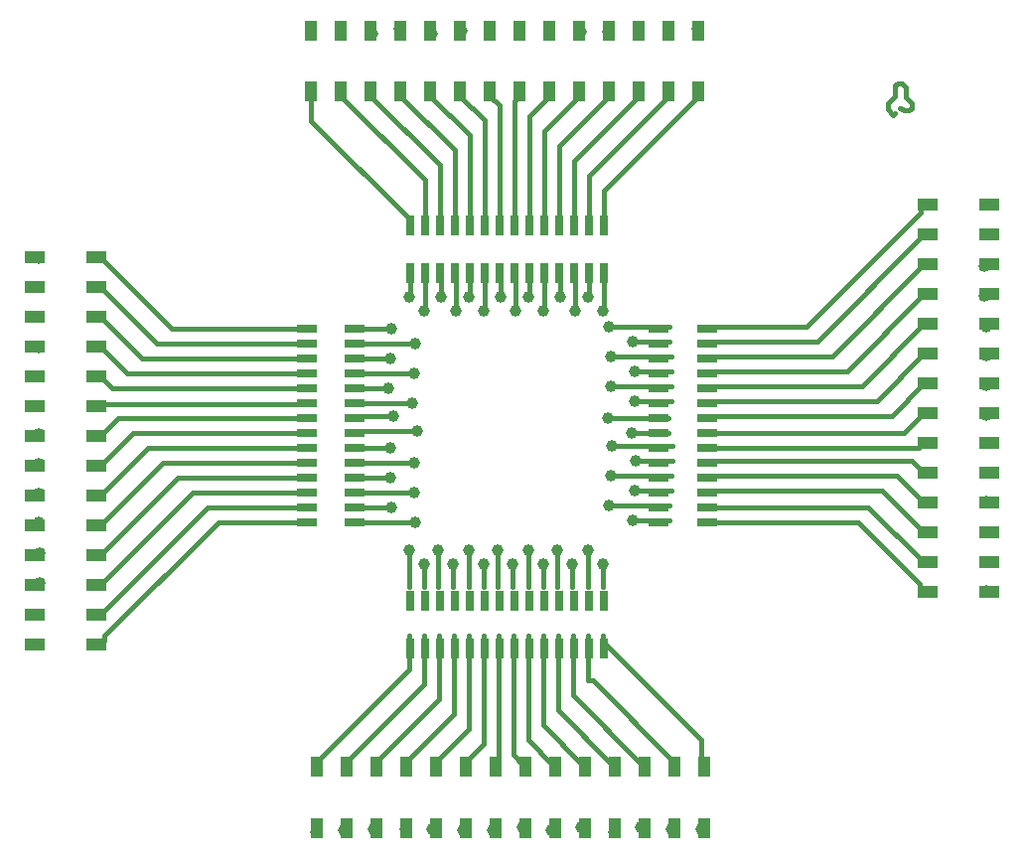
<source format=gtl>
G04*
G04 #@! TF.GenerationSoftware,Altium Limited,Altium Designer,23.6.0 (18)*
G04*
G04 Layer_Physical_Order=1*
G04 Layer_Color=255*
%FSLAX44Y44*%
%MOMM*%
G71*
G04*
G04 #@! TF.SameCoordinates,14FF5C31-A8A2-4FAE-BB4F-38B74BC4A96C*
G04*
G04*
G04 #@! TF.FilePolarity,Positive*
G04*
G01*
G75*
%ADD11R,1.8000X1.0000*%
%ADD12R,0.7400X1.7000*%
%ADD13R,1.0000X1.8000*%
%ADD14R,1.7000X0.7400*%
%ADD20C,0.4000*%
%ADD21C,1.0000*%
D11*
X843350Y262890D02*
D03*
Y288290D02*
D03*
X895350Y262890D02*
D03*
Y288290D02*
D03*
X843350Y339090D02*
D03*
X895350D02*
D03*
X843350Y364490D02*
D03*
X895350D02*
D03*
X843350Y440690D02*
D03*
X895350D02*
D03*
X843350Y491490D02*
D03*
X895350D02*
D03*
X843350Y567690D02*
D03*
X895350D02*
D03*
X843350Y593090D02*
D03*
X895350D02*
D03*
Y542290D02*
D03*
X843350D02*
D03*
X895350Y516890D02*
D03*
X843350D02*
D03*
X895350Y466090D02*
D03*
X843350D02*
D03*
X895350Y415290D02*
D03*
X843350D02*
D03*
X895350Y389890D02*
D03*
X843350D02*
D03*
X895350Y313690D02*
D03*
X843350D02*
D03*
X81950Y218440D02*
D03*
Y243840D02*
D03*
X133950Y218440D02*
D03*
Y243840D02*
D03*
X81950Y294640D02*
D03*
X133950D02*
D03*
X81950Y320040D02*
D03*
X133950D02*
D03*
X81950Y396240D02*
D03*
X133950D02*
D03*
X81950Y447040D02*
D03*
X133950D02*
D03*
X81950Y523240D02*
D03*
X133950D02*
D03*
X81950Y548640D02*
D03*
X133950D02*
D03*
Y497840D02*
D03*
X81950D02*
D03*
X133950Y472440D02*
D03*
X81950D02*
D03*
X133950Y421640D02*
D03*
X81950D02*
D03*
X133950Y370840D02*
D03*
X81950D02*
D03*
X133950Y345440D02*
D03*
X81950D02*
D03*
X133950Y269240D02*
D03*
X81950D02*
D03*
D12*
X465240Y214580D02*
D03*
X477940D02*
D03*
X465240Y255580D02*
D03*
X477940D02*
D03*
X490640Y214580D02*
D03*
Y255580D02*
D03*
X566840Y214580D02*
D03*
Y255580D02*
D03*
X554140D02*
D03*
X541440D02*
D03*
X554140Y214580D02*
D03*
X541440D02*
D03*
X528740Y255580D02*
D03*
Y214580D02*
D03*
X516040Y255580D02*
D03*
X503340D02*
D03*
X516040Y214580D02*
D03*
X503340D02*
D03*
X452540Y255580D02*
D03*
X439840D02*
D03*
X427140D02*
D03*
X414440D02*
D03*
X401740D02*
D03*
X452540Y214580D02*
D03*
X439840D02*
D03*
X427140D02*
D03*
X414440D02*
D03*
X401740D02*
D03*
X465240Y534580D02*
D03*
X477940D02*
D03*
X465240Y575580D02*
D03*
X477940D02*
D03*
X490640Y534580D02*
D03*
Y575580D02*
D03*
X566840Y534580D02*
D03*
Y575580D02*
D03*
X554140D02*
D03*
X541440D02*
D03*
X554140Y534580D02*
D03*
X541440D02*
D03*
X528740Y575580D02*
D03*
Y534580D02*
D03*
X516040Y575580D02*
D03*
X503340D02*
D03*
X516040Y534580D02*
D03*
X503340D02*
D03*
X452540Y575580D02*
D03*
X439840D02*
D03*
X427140D02*
D03*
X414440D02*
D03*
X401740D02*
D03*
X452540Y534580D02*
D03*
X439840D02*
D03*
X427140D02*
D03*
X414440D02*
D03*
X401740D02*
D03*
D13*
X652780Y61630D02*
D03*
X627380D02*
D03*
X652780Y113630D02*
D03*
X627380D02*
D03*
X576580Y61630D02*
D03*
Y113630D02*
D03*
X551180Y61630D02*
D03*
Y113630D02*
D03*
X474980Y61630D02*
D03*
Y113630D02*
D03*
X424180Y61630D02*
D03*
Y113630D02*
D03*
X347980Y61630D02*
D03*
Y113630D02*
D03*
X322580Y61630D02*
D03*
Y113630D02*
D03*
X373380D02*
D03*
Y61630D02*
D03*
X398780Y113630D02*
D03*
Y61630D02*
D03*
X449580Y113630D02*
D03*
Y61630D02*
D03*
X500380Y113630D02*
D03*
Y61630D02*
D03*
X525780Y113630D02*
D03*
Y61630D02*
D03*
X601980Y113630D02*
D03*
Y61630D02*
D03*
X647700Y689610D02*
D03*
X622300D02*
D03*
X647700Y741610D02*
D03*
X622300D02*
D03*
X571500Y689610D02*
D03*
Y741610D02*
D03*
X546100Y689610D02*
D03*
Y741610D02*
D03*
X469900Y689610D02*
D03*
Y741610D02*
D03*
X419100Y689610D02*
D03*
Y741610D02*
D03*
X342900Y689610D02*
D03*
Y741610D02*
D03*
X317500Y689610D02*
D03*
Y741610D02*
D03*
X368300D02*
D03*
Y689610D02*
D03*
X393700Y741610D02*
D03*
Y689610D02*
D03*
X444500Y741610D02*
D03*
Y689610D02*
D03*
X495300Y741610D02*
D03*
Y689610D02*
D03*
X520700Y741610D02*
D03*
Y689610D02*
D03*
X596900Y741610D02*
D03*
Y689610D02*
D03*
D14*
X313790Y424130D02*
D03*
Y411430D02*
D03*
X354790Y424130D02*
D03*
Y411430D02*
D03*
X313790Y398730D02*
D03*
X354790D02*
D03*
X313790Y322530D02*
D03*
X354790D02*
D03*
Y335230D02*
D03*
Y347930D02*
D03*
X313790Y335230D02*
D03*
Y347930D02*
D03*
X354790Y360630D02*
D03*
X313790D02*
D03*
X354790Y373330D02*
D03*
Y386030D02*
D03*
X313790Y373330D02*
D03*
Y386030D02*
D03*
X354790Y436830D02*
D03*
Y449530D02*
D03*
Y462230D02*
D03*
Y474930D02*
D03*
Y487630D02*
D03*
X313790Y436830D02*
D03*
Y449530D02*
D03*
Y462230D02*
D03*
Y474930D02*
D03*
Y487630D02*
D03*
X613790Y424130D02*
D03*
Y411430D02*
D03*
X654790Y424130D02*
D03*
Y411430D02*
D03*
X613790Y398730D02*
D03*
X654790D02*
D03*
X613790Y322530D02*
D03*
X654790D02*
D03*
Y335230D02*
D03*
Y347930D02*
D03*
X613790Y335230D02*
D03*
Y347930D02*
D03*
X654790Y360630D02*
D03*
X613790D02*
D03*
X654790Y373330D02*
D03*
Y386030D02*
D03*
X613790Y373330D02*
D03*
Y386030D02*
D03*
X654790Y436830D02*
D03*
Y449530D02*
D03*
Y462230D02*
D03*
Y474930D02*
D03*
Y487630D02*
D03*
X613790Y436830D02*
D03*
Y449530D02*
D03*
Y462230D02*
D03*
Y474930D02*
D03*
Y487630D02*
D03*
D20*
X813615Y669745D02*
X814705Y670836D01*
X813615Y669745D02*
X813615D01*
X808990Y674370D02*
X813615Y669745D01*
X819150Y675640D02*
X820420D01*
X822763Y673297D01*
X827164D01*
X829310Y675443D01*
Y675640D01*
Y679647D01*
X826967Y681990D02*
X829310Y679647D01*
X826770Y681990D02*
X826967D01*
X824230Y684530D02*
X826770Y681990D01*
X824230Y684530D02*
Y692150D01*
Y693420D01*
X820997Y696653D02*
X824230Y693420D01*
X817683Y696653D02*
X820997D01*
X815340Y694310D02*
X817683Y696653D01*
X815340Y685800D02*
Y694310D01*
X814070Y684530D02*
X815340Y685800D01*
X808990Y679450D02*
X814070Y684530D01*
X808990Y674370D02*
Y679450D01*
X553300Y187300D02*
Y225790D01*
X627380Y113630D02*
Y117630D01*
X557710Y187300D02*
X627380Y117630D01*
X553300Y187300D02*
X557710D01*
X650240Y111760D02*
Y136750D01*
X566000Y220990D02*
X650240Y136750D01*
X566000Y220990D02*
Y225790D01*
X599440Y111760D02*
Y115760D01*
X540600Y174600D02*
X599440Y115760D01*
X540600Y174600D02*
Y225790D01*
X574040Y111760D02*
Y115760D01*
X527900Y161900D02*
X574040Y115760D01*
X527900Y161900D02*
Y225790D01*
X548640Y111760D02*
Y115760D01*
X515200Y149200D02*
X548640Y115760D01*
X515200Y149200D02*
Y225790D01*
X523240Y111760D02*
Y115760D01*
X502500Y136500D02*
Y225790D01*
Y136500D02*
X523240Y115760D01*
X497840Y111760D02*
Y115760D01*
X489800Y123800D02*
X497840Y115760D01*
X489800Y123800D02*
Y225790D01*
X472440Y111760D02*
Y115760D01*
X477100Y120420D01*
Y225790D01*
X447040Y111760D02*
Y115760D01*
X464400Y133120D01*
Y225790D01*
X421640Y111760D02*
Y115760D01*
X451700Y145820D01*
Y225790D01*
X396240Y111760D02*
Y115760D01*
X439000Y158520D01*
Y225790D01*
X370840Y111760D02*
Y115760D01*
X426300Y171220D01*
Y225790D01*
X345440Y111760D02*
Y115760D01*
X413600Y183920D01*
Y225790D01*
X320040Y111760D02*
Y115760D01*
X400900Y196620D01*
Y225790D01*
X566000Y266790D02*
X566210Y267000D01*
Y286810D01*
X566420Y287020D01*
X553510Y298240D02*
X553720Y298450D01*
X553510Y267000D02*
Y298240D01*
X553300Y266790D02*
X553510Y267000D01*
X526840D02*
Y298240D01*
X527050Y298450D01*
X539540Y286810D02*
X539750Y287020D01*
X539540Y267000D02*
Y286810D01*
X488740Y267000D02*
Y286810D01*
X488950Y287020D01*
X476040Y298240D02*
X476250Y298450D01*
X476040Y267000D02*
Y298240D01*
X502710Y267000D02*
Y298240D01*
X502920Y298450D01*
X515410Y286810D02*
X515620Y287020D01*
X515410Y267000D02*
Y286810D01*
X437940Y267000D02*
Y286810D01*
X438150Y287020D01*
X425240Y298240D02*
X425450Y298450D01*
X425240Y267000D02*
Y298240D01*
X451910Y267000D02*
Y298240D01*
X452120Y298450D01*
X464610Y286810D02*
X464820Y287020D01*
X464610Y267000D02*
Y286810D01*
X401110Y267000D02*
Y298240D01*
X401320Y298450D01*
X413810Y286810D02*
X414020Y287020D01*
X413810Y267000D02*
Y286810D01*
X553930Y514560D02*
Y534370D01*
X553720Y514350D02*
X553930Y514560D01*
X566420Y502920D02*
X566630Y503130D01*
Y534370D01*
X503130Y514560D02*
Y534370D01*
X502920Y514350D02*
X503130Y514560D01*
X515620Y502920D02*
X515830Y503130D01*
Y534370D01*
X542500Y503130D02*
Y534370D01*
X542290Y502920D02*
X542500Y503130D01*
X529590Y514350D02*
X529800Y514560D01*
Y534370D01*
X452330Y514560D02*
Y534370D01*
X452120Y514350D02*
X452330Y514560D01*
X464820Y502920D02*
X465030Y503130D01*
Y534370D01*
X491700Y503130D02*
Y534370D01*
X491490Y502920D02*
X491700Y503130D01*
X478790Y514350D02*
X479000Y514560D01*
Y534370D01*
X428200Y514560D02*
Y534370D01*
X427990Y514350D02*
X428200Y514560D01*
X440690Y502920D02*
X440900Y503130D01*
Y534370D01*
X414230D02*
X414440Y534580D01*
X414230Y503130D02*
Y534370D01*
X414020Y502920D02*
X414230Y503130D01*
X401320Y514350D02*
X401530Y514560D01*
Y534370D01*
X401740Y534580D01*
X566840Y575580D02*
Y604750D01*
X647700Y685610D01*
Y689610D01*
X554140Y575580D02*
Y617450D01*
X622300Y685610D01*
Y689610D01*
X541440Y575580D02*
Y630150D01*
X596900Y685610D01*
Y689610D01*
X528740Y575580D02*
Y642850D01*
X571500Y685610D01*
Y689610D01*
X516040Y575580D02*
Y655550D01*
X546100Y685610D01*
Y689610D01*
X503340Y575580D02*
Y668250D01*
X520700Y685610D01*
Y689610D01*
X490640Y575580D02*
Y680950D01*
X495300Y685610D01*
Y689610D01*
X477940Y575580D02*
Y677570D01*
X469900Y685610D02*
X477940Y677570D01*
X469900Y685610D02*
Y689610D01*
X444500Y685610D02*
X465240Y664870D01*
Y575580D02*
Y664870D01*
X444500Y685610D02*
Y689610D01*
X452540Y575580D02*
Y652170D01*
X419100Y685610D02*
X452540Y652170D01*
X419100Y685610D02*
Y689610D01*
X439840Y575580D02*
Y639470D01*
X393700Y685610D02*
X439840Y639470D01*
X393700Y685610D02*
Y689610D01*
X427140Y575580D02*
Y626770D01*
X368300Y685610D02*
X427140Y626770D01*
X368300Y685610D02*
Y689610D01*
X414440Y575580D02*
Y614070D01*
X342900Y685610D02*
X414440Y614070D01*
X342900Y685610D02*
Y689610D01*
X401740Y575580D02*
Y580380D01*
X317500Y664620D02*
X401740Y580380D01*
X317500Y664620D02*
Y689610D01*
X654790Y386030D02*
X835490D01*
X839350Y389890D01*
X843350D01*
X654790Y398730D02*
X822790D01*
X839350Y415290D01*
X843350D01*
X664110Y412800D02*
X812060D01*
X839950Y440690D01*
X843950D01*
X654790Y322530D02*
X783710D01*
X839350Y262890D02*
X843350D01*
X836350Y265890D02*
X839350Y262890D01*
X783710Y322530D02*
X836350Y269890D01*
Y265890D02*
Y269890D01*
X654790Y335230D02*
X792410D01*
X839350Y288290D01*
X843350D01*
X839950Y313690D02*
X843950D01*
X804340Y349300D02*
X839950Y313690D01*
X664110Y349300D02*
X804340D01*
X839950Y339090D02*
X843950D01*
X664110Y362000D02*
X817040D01*
X839950Y339090D01*
Y364490D02*
X843950D01*
X829740Y374700D02*
X839950Y364490D01*
X664110Y374700D02*
X829740D01*
X839950Y466090D02*
X843950D01*
X799360Y425500D02*
X839950Y466090D01*
X664110Y425500D02*
X799360D01*
X839950Y491490D02*
X843950D01*
X786660Y438200D02*
X839950Y491490D01*
X664110Y438200D02*
X786660D01*
X839950Y516890D02*
X843950D01*
X773960Y450900D02*
X839950Y516890D01*
X664110Y450900D02*
X773960D01*
X839950Y542290D02*
X843950D01*
X761260Y463600D02*
X839950Y542290D01*
X664110Y463600D02*
X761260D01*
X839950Y567690D02*
X843950D01*
X748560Y476300D02*
X839950Y567690D01*
X664110Y476300D02*
X748560D01*
X739860Y489000D02*
X836950Y586090D01*
Y590090D01*
X839950Y593090D01*
X843950D01*
X664110Y489000D02*
X739860D01*
X623085Y323875D02*
X623110Y323900D01*
X591845Y323875D02*
X623085D01*
X591820Y323850D02*
X591845Y323875D01*
X571500Y336550D02*
X571525Y336575D01*
X623085D01*
X623110Y336600D01*
X572770Y361950D02*
X572795Y361975D01*
X593090Y349250D02*
X593115Y349275D01*
X574040Y387350D02*
X574065Y387375D01*
X594360Y374650D02*
X594385Y374675D01*
X570255Y411505D02*
X621815D01*
X570230Y411480D02*
X570255Y411505D01*
X590550Y398780D02*
X590575Y398805D01*
X621815D01*
X572770Y438150D02*
X572795Y438175D01*
X593090Y425450D02*
X593115Y425475D01*
X572770Y463550D02*
X572795Y463575D01*
X593090Y450850D02*
X593115Y450875D01*
X571525Y488975D02*
X623085D01*
X571500Y488950D02*
X571525Y488975D01*
X591820Y476250D02*
X591845Y476275D01*
X623085D01*
X593115Y349275D02*
X624355D01*
X572795Y361975D02*
X624355D01*
X594385Y374675D02*
X625625D01*
X574065Y387375D02*
X625625D01*
X593115Y425475D02*
X624355D01*
X572795Y438175D02*
X624355D01*
X593115Y450875D02*
X624355D01*
X572795Y463575D02*
X624355D01*
X353545Y347955D02*
X405105D01*
X353545Y360655D02*
X384785D01*
X353545Y373355D02*
X405105D01*
X353545Y386055D02*
X384785D01*
X352275Y424155D02*
X403835D01*
X352275Y436855D02*
X383515D01*
X353545Y449555D02*
X405105D01*
X353545Y462255D02*
X384785D01*
X354815Y335255D02*
X386055D01*
X386080Y335280D01*
X406375Y322555D02*
X406400Y322580D01*
X354815Y322555D02*
X406375D01*
X384785Y360655D02*
X384810Y360680D01*
X405105Y347955D02*
X405130Y347980D01*
X384785Y386055D02*
X384810Y386080D01*
X405105Y373355D02*
X405130Y373380D01*
X356085Y412725D02*
X387325D01*
X387350Y412750D01*
X407645Y400025D02*
X407670Y400050D01*
X356085Y400025D02*
X407645D01*
X383515Y436855D02*
X383540Y436880D01*
X403835Y424155D02*
X403860Y424180D01*
X384785Y462255D02*
X384810Y462280D01*
X405105Y449555D02*
X405130Y449580D01*
X354790Y474930D02*
X354815Y474955D01*
X406375D01*
X406400Y474980D01*
X386055Y487655D02*
X386080Y487680D01*
X354815Y487655D02*
X386055D01*
X354790Y487630D02*
X354815Y487655D01*
X238040Y322530D02*
X313790D01*
X133950Y218440D02*
X137950D01*
X140950Y221440D01*
Y225440D01*
X238040Y322530D01*
X229340Y335230D02*
X313790D01*
X137950Y243840D02*
X229340Y335230D01*
X133950Y243840D02*
X137950D01*
X216640Y347930D02*
X313790D01*
X137950Y269240D02*
X216640Y347930D01*
X133950Y269240D02*
X137950D01*
X203940Y360630D02*
X313790D01*
X137950Y294640D02*
X203940Y360630D01*
X133950Y294640D02*
X137950D01*
X191240Y373330D02*
X313790D01*
X137950Y320040D02*
X191240Y373330D01*
X133950Y320040D02*
X137950D01*
X178540Y386030D02*
X313790D01*
X137950Y345440D02*
X178540Y386030D01*
X133950Y345440D02*
X137950D01*
X165840Y398730D02*
X313790D01*
X137950Y370840D02*
X165840Y398730D01*
X133950Y370840D02*
X137950D01*
X153140Y411430D02*
X313790D01*
X137950Y396240D02*
X153140Y411430D01*
X133950Y396240D02*
X137950D01*
X312545Y422885D02*
X313790Y424130D01*
X135195Y422885D02*
X312545D01*
X133950Y421640D02*
X135195Y422885D01*
X148160Y436830D02*
X313790D01*
X137950Y447040D02*
X148160Y436830D01*
X133950Y447040D02*
X137950D01*
Y472440D02*
X160860Y449530D01*
X313790D01*
X133950Y472440D02*
X137950D01*
X173560Y462230D02*
X313790D01*
X137950Y497840D02*
X173560Y462230D01*
X133950Y497840D02*
X137950D01*
X186260Y474930D02*
X313790D01*
X137950Y523240D02*
X186260Y474930D01*
X133950Y523240D02*
X137950D01*
Y548640D02*
X198960Y487630D01*
X313790D01*
X133950Y548640D02*
X137950D01*
D21*
X566420Y287020D02*
D03*
X553720Y298450D02*
D03*
X527050D02*
D03*
X539750Y287020D02*
D03*
X488950D02*
D03*
X476250Y298450D02*
D03*
X502920D02*
D03*
X515620Y287020D02*
D03*
X438150D02*
D03*
X425450Y298450D02*
D03*
X452120D02*
D03*
X464820Y287020D02*
D03*
X401320Y298450D02*
D03*
X414020Y287020D02*
D03*
X650240Y60960D02*
D03*
X624840D02*
D03*
X598170Y62230D02*
D03*
X575310Y58420D02*
D03*
X547370Y62230D02*
D03*
X521970Y59690D02*
D03*
X497840Y62230D02*
D03*
X472440Y59690D02*
D03*
X447040D02*
D03*
X420370Y60960D02*
D03*
X397510D02*
D03*
X370840D02*
D03*
X345440Y59690D02*
D03*
X321310Y58420D02*
D03*
X646430Y742950D02*
D03*
X622300Y741680D02*
D03*
X596900Y740410D02*
D03*
X570230D02*
D03*
X547370D02*
D03*
X520700Y741680D02*
D03*
X495300D02*
D03*
X469900Y739140D02*
D03*
X445770Y741680D02*
D03*
X420370Y739140D02*
D03*
X392430Y742950D02*
D03*
X369570Y739140D02*
D03*
X342900Y740410D02*
D03*
X317500D02*
D03*
X553720Y514350D02*
D03*
X566420Y502920D02*
D03*
X502920Y514350D02*
D03*
X515620Y502920D02*
D03*
X542290D02*
D03*
X529590Y514350D02*
D03*
X452120D02*
D03*
X464820Y502920D02*
D03*
X491490D02*
D03*
X478790Y514350D02*
D03*
X427990D02*
D03*
X440690Y502920D02*
D03*
X414020D02*
D03*
X401320Y514350D02*
D03*
X591820Y323850D02*
D03*
X571500Y336550D02*
D03*
X572770Y361950D02*
D03*
X593090Y349250D02*
D03*
X574040Y387350D02*
D03*
X594360Y374650D02*
D03*
X570230Y411480D02*
D03*
X590550Y398780D02*
D03*
X572770Y438150D02*
D03*
X593090Y425450D02*
D03*
X572770Y463550D02*
D03*
X593090Y450850D02*
D03*
X571500Y488950D02*
D03*
X591820Y476250D02*
D03*
X892810Y264160D02*
D03*
X895350Y288290D02*
D03*
X894080Y313690D02*
D03*
X892810Y340360D02*
D03*
Y364490D02*
D03*
X894080Y389890D02*
D03*
X892810Y414020D02*
D03*
Y439420D02*
D03*
Y464820D02*
D03*
Y488950D02*
D03*
X891540Y515620D02*
D03*
Y541020D02*
D03*
X894080Y567690D02*
D03*
X895350Y593090D02*
D03*
X82550Y218440D02*
D03*
X83820Y243840D02*
D03*
X86360Y270510D02*
D03*
Y295910D02*
D03*
X85090Y322580D02*
D03*
Y346710D02*
D03*
Y372110D02*
D03*
Y397510D02*
D03*
X83820Y421640D02*
D03*
X85090Y447040D02*
D03*
Y471170D02*
D03*
X83820Y497840D02*
D03*
X82550Y523240D02*
D03*
X85090Y547370D02*
D03*
X386080Y335280D02*
D03*
X406400Y322580D02*
D03*
X384810Y360680D02*
D03*
X405130Y347980D02*
D03*
X384810Y386080D02*
D03*
X405130Y373380D02*
D03*
X387350Y412750D02*
D03*
X407670Y400050D02*
D03*
X383540Y436880D02*
D03*
X403860Y424180D02*
D03*
X384810Y462280D02*
D03*
X405130Y449580D02*
D03*
X406400Y474980D02*
D03*
X386080Y487680D02*
D03*
M02*

</source>
